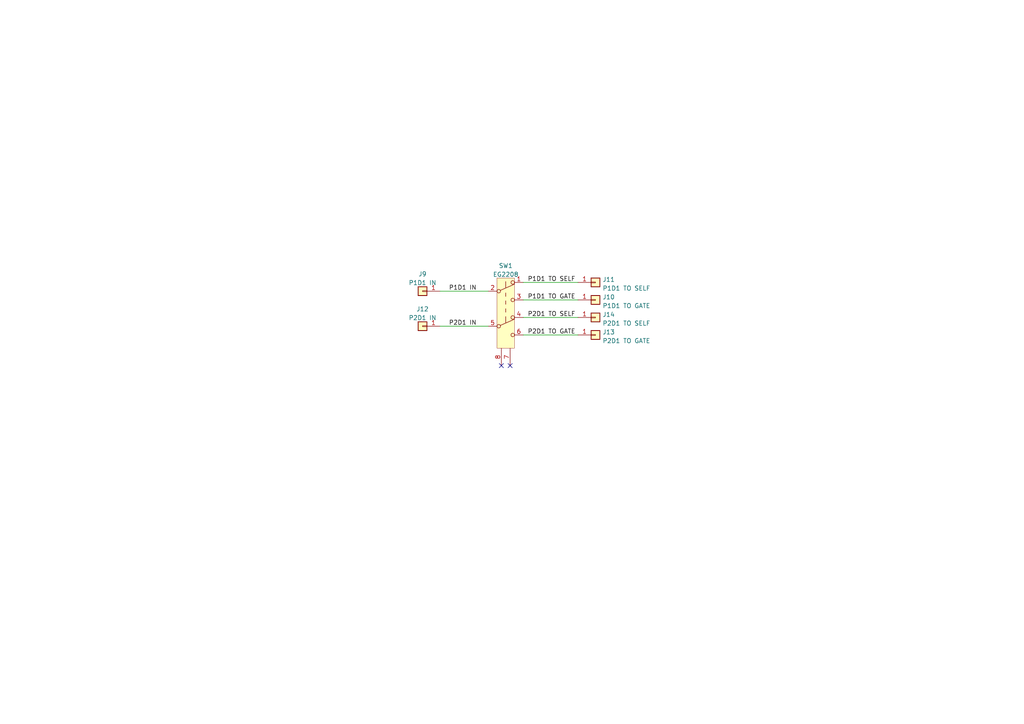
<source format=kicad_sch>
(kicad_sch (version 20211123) (generator eeschema)
  (paper "A4")
  (title_block (title "Twin Famicom Expansion Port Switcher Switch Board") (date "2022-11-05") (company "Jeff Chen"))
  (lib_symbols
    (symbol "Connector_Generic:Conn_01x01" (pin_names (offset 1.016) hide)
      (property "Reference" "J" (at 0 2.54 0))
      (property "Value" "Conn_01x01" (at 0 -2.54 0))
      (symbol "Conn_01x01_1_1"
        (rectangle (start -1.27 0.127) (end 0 -0.127) (stroke (width 0.1524)))
        (rectangle (start -1.27 1.27) (end 1.27 -1.27) (stroke (width 0.254)) (fill (type background)))
        (pin passive line (at -5.08 0 0) (length 3.81) (name "Pin_1") (number "1"))
      )
    )
    (symbol "DA15_Fix:EG2208" (pin_names (offset 0) hide)
      (property "Reference" "SW" (at 0 8.89 0))
      (property "Value" "EG2208" (at 0 -10.16 0))
      (symbol "EG2208_0_0"
        (circle (center -2.032 -5.08) (radius 0.508))
        (circle (center -2.032 5.08) (radius 0.508))
        (circle (center 2.032 -7.62) (radius 0.508))
        (circle (center 2.032 2.54) (radius 0.508))
      )
      (symbol "EG2208_0_1"
        (rectangle (start -2.54 8.89) (end 2.54 -11.43) (stroke (width 0.001)) (fill (type background)))
        (polyline (pts (xy -1.524 -4.826) (xy 2.54 -3.048)))
        (polyline (pts (xy -1.524 5.334) (xy 2.54 7.112)))
        (polyline (pts (xy 0 -2.286) (xy 0 -4.064)))
        (polyline (pts (xy 0 -1.016) (xy 0 0)))
        (polyline (pts (xy 0 1.27) (xy 0 2.286)))
        (polyline (pts (xy 0 3.556) (xy 0 4.572)))
        (polyline (pts (xy 0 7.874) (xy 0 6.096)))
        (circle (center 2.032 -2.54) (radius 0.508))
        (circle (center 2.032 7.62) (radius 0.508))
      )
      (symbol "EG2208_1_1"
        (pin passive line (at 5.08 7.62 180) (length 2.54) (name "A") (number "1"))
        (pin passive line (at -5.08 5.08 0) (length 2.54) (name "B") (number "2"))
        (pin passive line (at 5.08 2.54 180) (length 2.54) (name "C") (number "3"))
        (pin passive line (at 5.08 -2.54 180) (length 2.54) (name "A") (number "4"))
        (pin passive line (at -5.08 -5.08 0) (length 2.54) (name "B") (number "5"))
        (pin passive line (at 5.08 -7.62 180) (length 2.54) (name "C") (number "6"))
        (pin bidirectional line (at 1.27 -16.51 90) (length 5) (name "Shield") (number "7"))
        (pin bidirectional line (at -1.27 -16.51 90) (length 5) (name "GND") (number "8"))
      )
    )
  )
  (no_connect (at 147.955 106.045))
  (no_connect (at 145.415 106.045))
  (wire (pts (xy 151.765 92.075) (xy 167.64 92.075)))
  (wire (pts (xy 127.635 94.615) (xy 141.605 94.615)))
  (wire (pts (xy 151.765 81.915) (xy 167.64 81.915)))
  (wire (pts (xy 127.635 84.455) (xy 141.605 84.455)))
  (wire (pts (xy 151.765 86.995) (xy 167.64 86.995)))
  (wire (pts (xy 151.765 97.155) (xy 167.64 97.155)))
  (label "P2D1 IN" (at 130.175 94.615 0))
  (label "P1D1 IN" (at 130.175 84.455 0))
  (label "P2D1 TO SELF" (at 153.035 92.075 0))
  (label "P1D1 TO GATE" (at 153.035 86.995 0))
  (label "P1D1 TO SELF" (at 153.035 81.915 0))
  (label "P2D1 TO GATE" (at 153.035 97.155 0))
  (symbol (lib_id "Connector_Generic:Conn_01x01") (at 122.555 84.455 0) (mirror y) (unit 1)
    (property "Reference" "J9" (at 122.555 79.4852 0))
    (property "Value" "P1D1 IN" (at 122.555 82.0221 0))
    (property "Footprint" "DA15_Fix:Short Via" (effects hide))
  )
  (symbol (lib_id "Connector_Generic:Conn_01x01") (at 172.72 97.155 0) (unit 1)
    (property "Reference" "J13" (at 174.752 96.3203 0) (effects (justify left)))
    (property "Value" "P2D1 TO GATE" (at 174.752 98.8572 0) (effects (justify left)))
    (property "Footprint" "DA15_Fix:Short Via" (effects hide))
  )
  (symbol (lib_id "Connector_Generic:Conn_01x01") (at 172.72 86.995 0) (unit 1)
    (property "Reference" "J10" (at 174.752 86.1603 0) (effects (justify left)))
    (property "Value" "P1D1 TO GATE" (at 174.752 88.6972 0) (effects (justify left)))
    (property "Footprint" "DA15_Fix:Short Via" (effects hide))
  )
  (symbol (lib_id "Connector_Generic:Conn_01x01") (at 172.72 92.075 0) (unit 1)
    (property "Reference" "J14" (at 174.752 91.2403 0) (effects (justify left)))
    (property "Value" "P2D1 TO SELF" (at 174.752 93.7772 0) (effects (justify left)))
    (property "Footprint" "DA15_Fix:Short Via" (effects hide))
  )
  (symbol (lib_id "Connector_Generic:Conn_01x01") (at 122.555 94.615 0) (mirror y) (unit 1)
    (property "Reference" "J12" (at 122.555 89.6452 0))
    (property "Value" "P2D1 IN" (at 122.555 92.1821 0))
    (property "Footprint" "DA15_Fix:Short Via" (effects hide))
  )
  (symbol (lib_id "Connector_Generic:Conn_01x01") (at 172.72 81.915 0) (unit 1)
    (property "Reference" "J11" (at 174.752 81.0803 0) (effects (justify left)))
    (property "Value" "P1D1 TO SELF" (at 174.752 83.6172 0) (effects (justify left)))
    (property "Footprint" "DA15_Fix:Short Via" (effects hide))
  )
  (symbol (lib_id "DA15_Fix:EG2208") (at 146.685 89.535 0) (unit 1)
    (property "Reference" "SW1" (at 146.685 77.0717 0))
    (property "Value" "EG2208" (at 146.685 79.6086 0))
    (property "Footprint" "DA15_Fix:EG2208_DPDT_Switch" (effects hide))
  )
)
</source>
